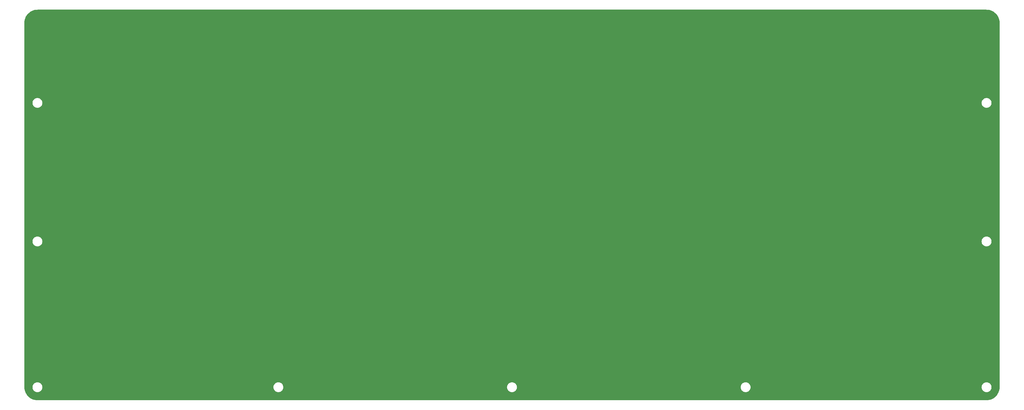
<source format=gtl>
G04 #@! TF.GenerationSoftware,KiCad,Pcbnew,(6.0.0-0)*
G04 #@! TF.CreationDate,2022-10-17T22:46:54+02:00*
G04 #@! TF.ProjectId,lagom_base,6c61676f-6d5f-4626-9173-652e6b696361,rev?*
G04 #@! TF.SameCoordinates,Original*
G04 #@! TF.FileFunction,Copper,L1,Top*
G04 #@! TF.FilePolarity,Positive*
%FSLAX46Y46*%
G04 Gerber Fmt 4.6, Leading zero omitted, Abs format (unit mm)*
G04 Created by KiCad (PCBNEW (6.0.0-0)) date 2022-10-17 22:46:54*
%MOMM*%
%LPD*%
G01*
G04 APERTURE LIST*
G04 APERTURE END LIST*
G04 #@! TA.AperFunction,NonConductor*
G36*
X362870057Y-62584500D02*
G01*
X362884858Y-62586805D01*
X362884861Y-62586805D01*
X362893730Y-62588186D01*
X362913626Y-62585584D01*
X362935784Y-62584654D01*
X363287891Y-62600933D01*
X363299480Y-62602007D01*
X363678295Y-62654850D01*
X363689735Y-62656989D01*
X364062059Y-62744558D01*
X364073235Y-62747738D01*
X364254569Y-62808515D01*
X364435894Y-62869290D01*
X364446746Y-62873494D01*
X364796641Y-63027987D01*
X364807059Y-63033175D01*
X365141191Y-63219285D01*
X365151086Y-63225411D01*
X365466636Y-63441568D01*
X365475924Y-63448582D01*
X365770184Y-63692933D01*
X365778784Y-63700774D01*
X366049226Y-63971216D01*
X366057067Y-63979816D01*
X366301418Y-64274076D01*
X366308432Y-64283364D01*
X366524589Y-64598914D01*
X366530715Y-64608809D01*
X366716825Y-64942941D01*
X366722013Y-64953359D01*
X366876506Y-65303254D01*
X366880710Y-65314106D01*
X367002259Y-65676756D01*
X367005444Y-65687950D01*
X367093011Y-66060265D01*
X367095150Y-66071705D01*
X367147993Y-66450520D01*
X367149067Y-66462109D01*
X367165003Y-66806816D01*
X367163638Y-66832015D01*
X367161814Y-66843730D01*
X367162978Y-66852632D01*
X367162978Y-66852635D01*
X367165936Y-66875251D01*
X367167000Y-66891589D01*
X367167000Y-186175672D01*
X367165500Y-186195056D01*
X367161814Y-186218730D01*
X367163279Y-186229930D01*
X367164416Y-186238626D01*
X367165346Y-186260784D01*
X367149067Y-186612891D01*
X367147993Y-186624480D01*
X367095150Y-187003295D01*
X367093011Y-187014735D01*
X367010419Y-187365898D01*
X367005444Y-187387050D01*
X367002262Y-187398235D01*
X366957123Y-187532910D01*
X366880710Y-187760894D01*
X366876506Y-187771746D01*
X366722013Y-188121641D01*
X366716825Y-188132059D01*
X366530715Y-188466191D01*
X366524589Y-188476086D01*
X366308432Y-188791636D01*
X366301418Y-188800924D01*
X366057067Y-189095184D01*
X366049226Y-189103784D01*
X365778784Y-189374226D01*
X365770184Y-189382067D01*
X365475924Y-189626418D01*
X365466636Y-189633432D01*
X365151086Y-189849589D01*
X365141191Y-189855715D01*
X364807059Y-190041825D01*
X364796641Y-190047013D01*
X364446746Y-190201506D01*
X364435894Y-190205710D01*
X364254569Y-190266485D01*
X364073235Y-190327262D01*
X364062059Y-190330442D01*
X363776543Y-190397594D01*
X363689735Y-190418011D01*
X363678295Y-190420150D01*
X363299480Y-190472993D01*
X363287892Y-190474067D01*
X363264632Y-190475142D01*
X362943184Y-190490003D01*
X362917985Y-190488638D01*
X362915142Y-190488195D01*
X362915140Y-190488195D01*
X362906270Y-190486814D01*
X362897368Y-190487978D01*
X362897365Y-190487978D01*
X362874749Y-190490936D01*
X362858411Y-190492000D01*
X52574328Y-190492000D01*
X52554943Y-190490500D01*
X52540142Y-190488195D01*
X52540139Y-190488195D01*
X52531270Y-190486814D01*
X52512105Y-190489320D01*
X52511374Y-190489416D01*
X52489216Y-190490346D01*
X52137109Y-190474067D01*
X52125520Y-190472993D01*
X51746705Y-190420150D01*
X51735265Y-190418011D01*
X51648457Y-190397594D01*
X51362941Y-190330442D01*
X51351765Y-190327262D01*
X51170431Y-190266485D01*
X50989106Y-190205710D01*
X50978254Y-190201506D01*
X50628359Y-190047013D01*
X50617941Y-190041825D01*
X50283809Y-189855715D01*
X50273914Y-189849589D01*
X49958364Y-189633432D01*
X49949076Y-189626418D01*
X49654816Y-189382067D01*
X49646216Y-189374226D01*
X49375774Y-189103784D01*
X49367933Y-189095184D01*
X49123582Y-188800924D01*
X49116568Y-188791636D01*
X48900411Y-188476086D01*
X48894285Y-188466191D01*
X48708175Y-188132059D01*
X48702987Y-188121641D01*
X48548494Y-187771746D01*
X48544290Y-187760894D01*
X48467877Y-187532910D01*
X48422738Y-187398235D01*
X48419556Y-187387050D01*
X48414582Y-187365898D01*
X48331989Y-187014735D01*
X48329850Y-187003295D01*
X48277007Y-186624480D01*
X48275933Y-186612891D01*
X48260170Y-186271926D01*
X48261781Y-186245209D01*
X48262264Y-186242338D01*
X48262264Y-186242333D01*
X48263071Y-186237539D01*
X48263224Y-186225000D01*
X50911526Y-186225000D01*
X50931391Y-186477403D01*
X50932545Y-186482210D01*
X50932546Y-186482216D01*
X50965315Y-186618709D01*
X50990495Y-186723591D01*
X51087384Y-186957502D01*
X51219672Y-187173376D01*
X51384102Y-187365898D01*
X51576624Y-187530328D01*
X51792498Y-187662616D01*
X51797068Y-187664509D01*
X51797072Y-187664511D01*
X52021836Y-187757611D01*
X52026409Y-187759505D01*
X52077397Y-187771746D01*
X52267784Y-187817454D01*
X52267790Y-187817455D01*
X52272597Y-187818609D01*
X52372416Y-187826465D01*
X52459345Y-187833307D01*
X52459352Y-187833307D01*
X52461801Y-187833500D01*
X52588199Y-187833500D01*
X52590648Y-187833307D01*
X52590655Y-187833307D01*
X52677584Y-187826465D01*
X52777403Y-187818609D01*
X52782210Y-187817455D01*
X52782216Y-187817454D01*
X52972603Y-187771746D01*
X53023591Y-187759505D01*
X53028164Y-187757611D01*
X53252928Y-187664511D01*
X53252932Y-187664509D01*
X53257502Y-187662616D01*
X53473376Y-187530328D01*
X53665898Y-187365898D01*
X53830328Y-187173376D01*
X53962616Y-186957502D01*
X54059505Y-186723591D01*
X54084685Y-186618709D01*
X54117454Y-186482216D01*
X54117455Y-186482210D01*
X54118609Y-186477403D01*
X54138474Y-186225000D01*
X129699026Y-186225000D01*
X129718891Y-186477403D01*
X129720045Y-186482210D01*
X129720046Y-186482216D01*
X129752815Y-186618709D01*
X129777995Y-186723591D01*
X129874884Y-186957502D01*
X130007172Y-187173376D01*
X130171602Y-187365898D01*
X130364124Y-187530328D01*
X130579998Y-187662616D01*
X130584568Y-187664509D01*
X130584572Y-187664511D01*
X130809336Y-187757611D01*
X130813909Y-187759505D01*
X130864897Y-187771746D01*
X131055284Y-187817454D01*
X131055290Y-187817455D01*
X131060097Y-187818609D01*
X131159916Y-187826465D01*
X131246845Y-187833307D01*
X131246852Y-187833307D01*
X131249301Y-187833500D01*
X131375699Y-187833500D01*
X131378148Y-187833307D01*
X131378155Y-187833307D01*
X131465084Y-187826465D01*
X131564903Y-187818609D01*
X131569710Y-187817455D01*
X131569716Y-187817454D01*
X131760103Y-187771746D01*
X131811091Y-187759505D01*
X131815664Y-187757611D01*
X132040428Y-187664511D01*
X132040432Y-187664509D01*
X132045002Y-187662616D01*
X132260876Y-187530328D01*
X132453398Y-187365898D01*
X132617828Y-187173376D01*
X132750116Y-186957502D01*
X132847005Y-186723591D01*
X132872185Y-186618709D01*
X132904954Y-186482216D01*
X132904955Y-186482210D01*
X132906109Y-186477403D01*
X132925974Y-186225000D01*
X206099026Y-186225000D01*
X206118891Y-186477403D01*
X206120045Y-186482210D01*
X206120046Y-186482216D01*
X206152815Y-186618709D01*
X206177995Y-186723591D01*
X206274884Y-186957502D01*
X206407172Y-187173376D01*
X206571602Y-187365898D01*
X206764124Y-187530328D01*
X206979998Y-187662616D01*
X206984568Y-187664509D01*
X206984572Y-187664511D01*
X207209336Y-187757611D01*
X207213909Y-187759505D01*
X207264897Y-187771746D01*
X207455284Y-187817454D01*
X207455290Y-187817455D01*
X207460097Y-187818609D01*
X207559916Y-187826465D01*
X207646845Y-187833307D01*
X207646852Y-187833307D01*
X207649301Y-187833500D01*
X207775699Y-187833500D01*
X207778148Y-187833307D01*
X207778155Y-187833307D01*
X207865084Y-187826465D01*
X207964903Y-187818609D01*
X207969710Y-187817455D01*
X207969716Y-187817454D01*
X208160103Y-187771746D01*
X208211091Y-187759505D01*
X208215664Y-187757611D01*
X208440428Y-187664511D01*
X208440432Y-187664509D01*
X208445002Y-187662616D01*
X208660876Y-187530328D01*
X208853398Y-187365898D01*
X209017828Y-187173376D01*
X209150116Y-186957502D01*
X209247005Y-186723591D01*
X209272185Y-186618709D01*
X209304954Y-186482216D01*
X209304955Y-186482210D01*
X209306109Y-186477403D01*
X209325974Y-186225000D01*
X282499026Y-186225000D01*
X282518891Y-186477403D01*
X282520045Y-186482210D01*
X282520046Y-186482216D01*
X282552815Y-186618709D01*
X282577995Y-186723591D01*
X282674884Y-186957502D01*
X282807172Y-187173376D01*
X282971602Y-187365898D01*
X283164124Y-187530328D01*
X283379998Y-187662616D01*
X283384568Y-187664509D01*
X283384572Y-187664511D01*
X283609336Y-187757611D01*
X283613909Y-187759505D01*
X283664897Y-187771746D01*
X283855284Y-187817454D01*
X283855290Y-187817455D01*
X283860097Y-187818609D01*
X283959916Y-187826465D01*
X284046845Y-187833307D01*
X284046852Y-187833307D01*
X284049301Y-187833500D01*
X284175699Y-187833500D01*
X284178148Y-187833307D01*
X284178155Y-187833307D01*
X284265084Y-187826465D01*
X284364903Y-187818609D01*
X284369710Y-187817455D01*
X284369716Y-187817454D01*
X284560103Y-187771746D01*
X284611091Y-187759505D01*
X284615664Y-187757611D01*
X284840428Y-187664511D01*
X284840432Y-187664509D01*
X284845002Y-187662616D01*
X285060876Y-187530328D01*
X285253398Y-187365898D01*
X285417828Y-187173376D01*
X285550116Y-186957502D01*
X285647005Y-186723591D01*
X285672185Y-186618709D01*
X285704954Y-186482216D01*
X285704955Y-186482210D01*
X285706109Y-186477403D01*
X285725974Y-186225000D01*
X361286526Y-186225000D01*
X361306391Y-186477403D01*
X361307545Y-186482210D01*
X361307546Y-186482216D01*
X361340315Y-186618709D01*
X361365495Y-186723591D01*
X361462384Y-186957502D01*
X361594672Y-187173376D01*
X361759102Y-187365898D01*
X361951624Y-187530328D01*
X362167498Y-187662616D01*
X362172068Y-187664509D01*
X362172072Y-187664511D01*
X362396836Y-187757611D01*
X362401409Y-187759505D01*
X362452397Y-187771746D01*
X362642784Y-187817454D01*
X362642790Y-187817455D01*
X362647597Y-187818609D01*
X362747416Y-187826465D01*
X362834345Y-187833307D01*
X362834352Y-187833307D01*
X362836801Y-187833500D01*
X362963199Y-187833500D01*
X362965648Y-187833307D01*
X362965655Y-187833307D01*
X363052584Y-187826465D01*
X363152403Y-187818609D01*
X363157210Y-187817455D01*
X363157216Y-187817454D01*
X363347603Y-187771746D01*
X363398591Y-187759505D01*
X363403164Y-187757611D01*
X363627928Y-187664511D01*
X363627932Y-187664509D01*
X363632502Y-187662616D01*
X363848376Y-187530328D01*
X364040898Y-187365898D01*
X364205328Y-187173376D01*
X364337616Y-186957502D01*
X364434505Y-186723591D01*
X364459685Y-186618709D01*
X364492454Y-186482216D01*
X364492455Y-186482210D01*
X364493609Y-186477403D01*
X364513474Y-186225000D01*
X364493609Y-185972597D01*
X364434505Y-185726409D01*
X364337616Y-185492498D01*
X364205328Y-185276624D01*
X364040898Y-185084102D01*
X363848376Y-184919672D01*
X363632502Y-184787384D01*
X363627932Y-184785491D01*
X363627928Y-184785489D01*
X363403164Y-184692389D01*
X363403162Y-184692388D01*
X363398591Y-184690495D01*
X363313968Y-184670179D01*
X363157216Y-184632546D01*
X363157210Y-184632545D01*
X363152403Y-184631391D01*
X363052584Y-184623535D01*
X362965655Y-184616693D01*
X362965648Y-184616693D01*
X362963199Y-184616500D01*
X362836801Y-184616500D01*
X362834352Y-184616693D01*
X362834345Y-184616693D01*
X362747416Y-184623535D01*
X362647597Y-184631391D01*
X362642790Y-184632545D01*
X362642784Y-184632546D01*
X362486032Y-184670179D01*
X362401409Y-184690495D01*
X362396838Y-184692388D01*
X362396836Y-184692389D01*
X362172072Y-184785489D01*
X362172068Y-184785491D01*
X362167498Y-184787384D01*
X361951624Y-184919672D01*
X361759102Y-185084102D01*
X361594672Y-185276624D01*
X361462384Y-185492498D01*
X361365495Y-185726409D01*
X361306391Y-185972597D01*
X361286526Y-186225000D01*
X285725974Y-186225000D01*
X285706109Y-185972597D01*
X285647005Y-185726409D01*
X285550116Y-185492498D01*
X285417828Y-185276624D01*
X285253398Y-185084102D01*
X285060876Y-184919672D01*
X284845002Y-184787384D01*
X284840432Y-184785491D01*
X284840428Y-184785489D01*
X284615664Y-184692389D01*
X284615662Y-184692388D01*
X284611091Y-184690495D01*
X284526468Y-184670179D01*
X284369716Y-184632546D01*
X284369710Y-184632545D01*
X284364903Y-184631391D01*
X284265084Y-184623535D01*
X284178155Y-184616693D01*
X284178148Y-184616693D01*
X284175699Y-184616500D01*
X284049301Y-184616500D01*
X284046852Y-184616693D01*
X284046845Y-184616693D01*
X283959916Y-184623535D01*
X283860097Y-184631391D01*
X283855290Y-184632545D01*
X283855284Y-184632546D01*
X283698532Y-184670179D01*
X283613909Y-184690495D01*
X283609338Y-184692388D01*
X283609336Y-184692389D01*
X283384572Y-184785489D01*
X283384568Y-184785491D01*
X283379998Y-184787384D01*
X283164124Y-184919672D01*
X282971602Y-185084102D01*
X282807172Y-185276624D01*
X282674884Y-185492498D01*
X282577995Y-185726409D01*
X282518891Y-185972597D01*
X282499026Y-186225000D01*
X209325974Y-186225000D01*
X209306109Y-185972597D01*
X209247005Y-185726409D01*
X209150116Y-185492498D01*
X209017828Y-185276624D01*
X208853398Y-185084102D01*
X208660876Y-184919672D01*
X208445002Y-184787384D01*
X208440432Y-184785491D01*
X208440428Y-184785489D01*
X208215664Y-184692389D01*
X208215662Y-184692388D01*
X208211091Y-184690495D01*
X208126468Y-184670179D01*
X207969716Y-184632546D01*
X207969710Y-184632545D01*
X207964903Y-184631391D01*
X207865084Y-184623535D01*
X207778155Y-184616693D01*
X207778148Y-184616693D01*
X207775699Y-184616500D01*
X207649301Y-184616500D01*
X207646852Y-184616693D01*
X207646845Y-184616693D01*
X207559916Y-184623535D01*
X207460097Y-184631391D01*
X207455290Y-184632545D01*
X207455284Y-184632546D01*
X207298532Y-184670179D01*
X207213909Y-184690495D01*
X207209338Y-184692388D01*
X207209336Y-184692389D01*
X206984572Y-184785489D01*
X206984568Y-184785491D01*
X206979998Y-184787384D01*
X206764124Y-184919672D01*
X206571602Y-185084102D01*
X206407172Y-185276624D01*
X206274884Y-185492498D01*
X206177995Y-185726409D01*
X206118891Y-185972597D01*
X206099026Y-186225000D01*
X132925974Y-186225000D01*
X132906109Y-185972597D01*
X132847005Y-185726409D01*
X132750116Y-185492498D01*
X132617828Y-185276624D01*
X132453398Y-185084102D01*
X132260876Y-184919672D01*
X132045002Y-184787384D01*
X132040432Y-184785491D01*
X132040428Y-184785489D01*
X131815664Y-184692389D01*
X131815662Y-184692388D01*
X131811091Y-184690495D01*
X131726468Y-184670179D01*
X131569716Y-184632546D01*
X131569710Y-184632545D01*
X131564903Y-184631391D01*
X131465084Y-184623535D01*
X131378155Y-184616693D01*
X131378148Y-184616693D01*
X131375699Y-184616500D01*
X131249301Y-184616500D01*
X131246852Y-184616693D01*
X131246845Y-184616693D01*
X131159916Y-184623535D01*
X131060097Y-184631391D01*
X131055290Y-184632545D01*
X131055284Y-184632546D01*
X130898532Y-184670179D01*
X130813909Y-184690495D01*
X130809338Y-184692388D01*
X130809336Y-184692389D01*
X130584572Y-184785489D01*
X130584568Y-184785491D01*
X130579998Y-184787384D01*
X130364124Y-184919672D01*
X130171602Y-185084102D01*
X130007172Y-185276624D01*
X129874884Y-185492498D01*
X129777995Y-185726409D01*
X129718891Y-185972597D01*
X129699026Y-186225000D01*
X54138474Y-186225000D01*
X54118609Y-185972597D01*
X54059505Y-185726409D01*
X53962616Y-185492498D01*
X53830328Y-185276624D01*
X53665898Y-185084102D01*
X53473376Y-184919672D01*
X53257502Y-184787384D01*
X53252932Y-184785491D01*
X53252928Y-184785489D01*
X53028164Y-184692389D01*
X53028162Y-184692388D01*
X53023591Y-184690495D01*
X52938968Y-184670179D01*
X52782216Y-184632546D01*
X52782210Y-184632545D01*
X52777403Y-184631391D01*
X52677584Y-184623535D01*
X52590655Y-184616693D01*
X52590648Y-184616693D01*
X52588199Y-184616500D01*
X52461801Y-184616500D01*
X52459352Y-184616693D01*
X52459345Y-184616693D01*
X52372416Y-184623535D01*
X52272597Y-184631391D01*
X52267790Y-184632545D01*
X52267784Y-184632546D01*
X52111032Y-184670179D01*
X52026409Y-184690495D01*
X52021838Y-184692388D01*
X52021836Y-184692389D01*
X51797072Y-184785489D01*
X51797068Y-184785491D01*
X51792498Y-184787384D01*
X51576624Y-184919672D01*
X51384102Y-185084102D01*
X51219672Y-185276624D01*
X51087384Y-185492498D01*
X50990495Y-185726409D01*
X50931391Y-185972597D01*
X50911526Y-186225000D01*
X48263224Y-186225000D01*
X48259273Y-186197412D01*
X48258000Y-186179549D01*
X48258000Y-138475000D01*
X50911526Y-138475000D01*
X50931391Y-138727403D01*
X50990495Y-138973591D01*
X51087384Y-139207502D01*
X51219672Y-139423376D01*
X51384102Y-139615898D01*
X51576624Y-139780328D01*
X51792498Y-139912616D01*
X51797068Y-139914509D01*
X51797072Y-139914511D01*
X52021836Y-140007611D01*
X52026409Y-140009505D01*
X52111032Y-140029821D01*
X52267784Y-140067454D01*
X52267790Y-140067455D01*
X52272597Y-140068609D01*
X52372416Y-140076465D01*
X52459345Y-140083307D01*
X52459352Y-140083307D01*
X52461801Y-140083500D01*
X52588199Y-140083500D01*
X52590648Y-140083307D01*
X52590655Y-140083307D01*
X52677584Y-140076465D01*
X52777403Y-140068609D01*
X52782210Y-140067455D01*
X52782216Y-140067454D01*
X52938968Y-140029821D01*
X53023591Y-140009505D01*
X53028164Y-140007611D01*
X53252928Y-139914511D01*
X53252932Y-139914509D01*
X53257502Y-139912616D01*
X53473376Y-139780328D01*
X53665898Y-139615898D01*
X53830328Y-139423376D01*
X53962616Y-139207502D01*
X54059505Y-138973591D01*
X54118609Y-138727403D01*
X54138474Y-138475000D01*
X361286526Y-138475000D01*
X361306391Y-138727403D01*
X361365495Y-138973591D01*
X361462384Y-139207502D01*
X361594672Y-139423376D01*
X361759102Y-139615898D01*
X361951624Y-139780328D01*
X362167498Y-139912616D01*
X362172068Y-139914509D01*
X362172072Y-139914511D01*
X362396836Y-140007611D01*
X362401409Y-140009505D01*
X362486032Y-140029821D01*
X362642784Y-140067454D01*
X362642790Y-140067455D01*
X362647597Y-140068609D01*
X362747416Y-140076465D01*
X362834345Y-140083307D01*
X362834352Y-140083307D01*
X362836801Y-140083500D01*
X362963199Y-140083500D01*
X362965648Y-140083307D01*
X362965655Y-140083307D01*
X363052584Y-140076465D01*
X363152403Y-140068609D01*
X363157210Y-140067455D01*
X363157216Y-140067454D01*
X363313968Y-140029821D01*
X363398591Y-140009505D01*
X363403164Y-140007611D01*
X363627928Y-139914511D01*
X363627932Y-139914509D01*
X363632502Y-139912616D01*
X363848376Y-139780328D01*
X364040898Y-139615898D01*
X364205328Y-139423376D01*
X364337616Y-139207502D01*
X364434505Y-138973591D01*
X364493609Y-138727403D01*
X364513474Y-138475000D01*
X364493609Y-138222597D01*
X364434505Y-137976409D01*
X364337616Y-137742498D01*
X364205328Y-137526624D01*
X364040898Y-137334102D01*
X363848376Y-137169672D01*
X363632502Y-137037384D01*
X363627932Y-137035491D01*
X363627928Y-137035489D01*
X363403164Y-136942389D01*
X363403162Y-136942388D01*
X363398591Y-136940495D01*
X363313968Y-136920179D01*
X363157216Y-136882546D01*
X363157210Y-136882545D01*
X363152403Y-136881391D01*
X363052584Y-136873535D01*
X362965655Y-136866693D01*
X362965648Y-136866693D01*
X362963199Y-136866500D01*
X362836801Y-136866500D01*
X362834352Y-136866693D01*
X362834345Y-136866693D01*
X362747416Y-136873535D01*
X362647597Y-136881391D01*
X362642790Y-136882545D01*
X362642784Y-136882546D01*
X362486032Y-136920179D01*
X362401409Y-136940495D01*
X362396838Y-136942388D01*
X362396836Y-136942389D01*
X362172072Y-137035489D01*
X362172068Y-137035491D01*
X362167498Y-137037384D01*
X361951624Y-137169672D01*
X361759102Y-137334102D01*
X361594672Y-137526624D01*
X361462384Y-137742498D01*
X361365495Y-137976409D01*
X361306391Y-138222597D01*
X361286526Y-138475000D01*
X54138474Y-138475000D01*
X54118609Y-138222597D01*
X54059505Y-137976409D01*
X53962616Y-137742498D01*
X53830328Y-137526624D01*
X53665898Y-137334102D01*
X53473376Y-137169672D01*
X53257502Y-137037384D01*
X53252932Y-137035491D01*
X53252928Y-137035489D01*
X53028164Y-136942389D01*
X53028162Y-136942388D01*
X53023591Y-136940495D01*
X52938968Y-136920179D01*
X52782216Y-136882546D01*
X52782210Y-136882545D01*
X52777403Y-136881391D01*
X52677584Y-136873535D01*
X52590655Y-136866693D01*
X52590648Y-136866693D01*
X52588199Y-136866500D01*
X52461801Y-136866500D01*
X52459352Y-136866693D01*
X52459345Y-136866693D01*
X52372416Y-136873535D01*
X52272597Y-136881391D01*
X52267790Y-136882545D01*
X52267784Y-136882546D01*
X52111032Y-136920179D01*
X52026409Y-136940495D01*
X52021838Y-136942388D01*
X52021836Y-136942389D01*
X51797072Y-137035489D01*
X51797068Y-137035491D01*
X51792498Y-137037384D01*
X51576624Y-137169672D01*
X51384102Y-137334102D01*
X51219672Y-137526624D01*
X51087384Y-137742498D01*
X50990495Y-137976409D01*
X50931391Y-138222597D01*
X50911526Y-138475000D01*
X48258000Y-138475000D01*
X48258000Y-93112500D01*
X50911526Y-93112500D01*
X50931391Y-93364903D01*
X50990495Y-93611091D01*
X51087384Y-93845002D01*
X51219672Y-94060876D01*
X51384102Y-94253398D01*
X51576624Y-94417828D01*
X51792498Y-94550116D01*
X51797068Y-94552009D01*
X51797072Y-94552011D01*
X52021836Y-94645111D01*
X52026409Y-94647005D01*
X52111032Y-94667321D01*
X52267784Y-94704954D01*
X52267790Y-94704955D01*
X52272597Y-94706109D01*
X52372416Y-94713965D01*
X52459345Y-94720807D01*
X52459352Y-94720807D01*
X52461801Y-94721000D01*
X52588199Y-94721000D01*
X52590648Y-94720807D01*
X52590655Y-94720807D01*
X52677584Y-94713965D01*
X52777403Y-94706109D01*
X52782210Y-94704955D01*
X52782216Y-94704954D01*
X52938968Y-94667321D01*
X53023591Y-94647005D01*
X53028164Y-94645111D01*
X53252928Y-94552011D01*
X53252932Y-94552009D01*
X53257502Y-94550116D01*
X53473376Y-94417828D01*
X53665898Y-94253398D01*
X53830328Y-94060876D01*
X53962616Y-93845002D01*
X54059505Y-93611091D01*
X54118609Y-93364903D01*
X54138474Y-93112500D01*
X361286526Y-93112500D01*
X361306391Y-93364903D01*
X361365495Y-93611091D01*
X361462384Y-93845002D01*
X361594672Y-94060876D01*
X361759102Y-94253398D01*
X361951624Y-94417828D01*
X362167498Y-94550116D01*
X362172068Y-94552009D01*
X362172072Y-94552011D01*
X362396836Y-94645111D01*
X362401409Y-94647005D01*
X362486032Y-94667321D01*
X362642784Y-94704954D01*
X362642790Y-94704955D01*
X362647597Y-94706109D01*
X362747416Y-94713965D01*
X362834345Y-94720807D01*
X362834352Y-94720807D01*
X362836801Y-94721000D01*
X362963199Y-94721000D01*
X362965648Y-94720807D01*
X362965655Y-94720807D01*
X363052584Y-94713965D01*
X363152403Y-94706109D01*
X363157210Y-94704955D01*
X363157216Y-94704954D01*
X363313968Y-94667321D01*
X363398591Y-94647005D01*
X363403164Y-94645111D01*
X363627928Y-94552011D01*
X363627932Y-94552009D01*
X363632502Y-94550116D01*
X363848376Y-94417828D01*
X364040898Y-94253398D01*
X364205328Y-94060876D01*
X364337616Y-93845002D01*
X364434505Y-93611091D01*
X364493609Y-93364903D01*
X364513474Y-93112500D01*
X364493609Y-92860097D01*
X364434505Y-92613909D01*
X364337616Y-92379998D01*
X364205328Y-92164124D01*
X364040898Y-91971602D01*
X363848376Y-91807172D01*
X363632502Y-91674884D01*
X363627932Y-91672991D01*
X363627928Y-91672989D01*
X363403164Y-91579889D01*
X363403162Y-91579888D01*
X363398591Y-91577995D01*
X363313968Y-91557679D01*
X363157216Y-91520046D01*
X363157210Y-91520045D01*
X363152403Y-91518891D01*
X363052584Y-91511035D01*
X362965655Y-91504193D01*
X362965648Y-91504193D01*
X362963199Y-91504000D01*
X362836801Y-91504000D01*
X362834352Y-91504193D01*
X362834345Y-91504193D01*
X362747416Y-91511035D01*
X362647597Y-91518891D01*
X362642790Y-91520045D01*
X362642784Y-91520046D01*
X362486032Y-91557679D01*
X362401409Y-91577995D01*
X362396838Y-91579888D01*
X362396836Y-91579889D01*
X362172072Y-91672989D01*
X362172068Y-91672991D01*
X362167498Y-91674884D01*
X361951624Y-91807172D01*
X361759102Y-91971602D01*
X361594672Y-92164124D01*
X361462384Y-92379998D01*
X361365495Y-92613909D01*
X361306391Y-92860097D01*
X361286526Y-93112500D01*
X54138474Y-93112500D01*
X54118609Y-92860097D01*
X54059505Y-92613909D01*
X53962616Y-92379998D01*
X53830328Y-92164124D01*
X53665898Y-91971602D01*
X53473376Y-91807172D01*
X53257502Y-91674884D01*
X53252932Y-91672991D01*
X53252928Y-91672989D01*
X53028164Y-91579889D01*
X53028162Y-91579888D01*
X53023591Y-91577995D01*
X52938968Y-91557679D01*
X52782216Y-91520046D01*
X52782210Y-91520045D01*
X52777403Y-91518891D01*
X52677584Y-91511035D01*
X52590655Y-91504193D01*
X52590648Y-91504193D01*
X52588199Y-91504000D01*
X52461801Y-91504000D01*
X52459352Y-91504193D01*
X52459345Y-91504193D01*
X52372416Y-91511035D01*
X52272597Y-91518891D01*
X52267790Y-91520045D01*
X52267784Y-91520046D01*
X52111032Y-91557679D01*
X52026409Y-91577995D01*
X52021838Y-91579888D01*
X52021836Y-91579889D01*
X51797072Y-91672989D01*
X51797068Y-91672991D01*
X51792498Y-91674884D01*
X51576624Y-91807172D01*
X51384102Y-91971602D01*
X51219672Y-92164124D01*
X51087384Y-92379998D01*
X50990495Y-92613909D01*
X50931391Y-92860097D01*
X50911526Y-93112500D01*
X48258000Y-93112500D01*
X48258000Y-66903207D01*
X48259746Y-66882303D01*
X48262264Y-66867335D01*
X48263071Y-66862539D01*
X48263224Y-66850000D01*
X48260963Y-66834210D01*
X48259825Y-66810536D01*
X48275933Y-66462109D01*
X48277007Y-66450520D01*
X48329850Y-66071705D01*
X48331989Y-66060265D01*
X48419556Y-65687950D01*
X48422741Y-65676756D01*
X48544290Y-65314106D01*
X48548494Y-65303254D01*
X48702987Y-64953359D01*
X48708175Y-64942941D01*
X48894285Y-64608809D01*
X48900411Y-64598914D01*
X49116568Y-64283364D01*
X49123582Y-64274076D01*
X49367933Y-63979816D01*
X49375774Y-63971216D01*
X49646216Y-63700774D01*
X49654816Y-63692933D01*
X49949076Y-63448582D01*
X49958364Y-63441568D01*
X50273914Y-63225411D01*
X50283809Y-63219285D01*
X50617941Y-63033175D01*
X50628359Y-63027987D01*
X50978254Y-62873494D01*
X50989106Y-62869290D01*
X51170431Y-62808515D01*
X51351765Y-62747738D01*
X51362941Y-62744558D01*
X51735265Y-62656989D01*
X51746705Y-62654850D01*
X52125520Y-62602007D01*
X52137108Y-62600933D01*
X52160368Y-62599858D01*
X52481816Y-62584997D01*
X52507015Y-62586362D01*
X52509858Y-62586805D01*
X52509860Y-62586805D01*
X52518730Y-62588186D01*
X52527632Y-62587022D01*
X52527635Y-62587022D01*
X52550251Y-62584064D01*
X52566589Y-62583000D01*
X362850672Y-62583000D01*
X362870057Y-62584500D01*
G37*
G04 #@! TD.AperFunction*
M02*

</source>
